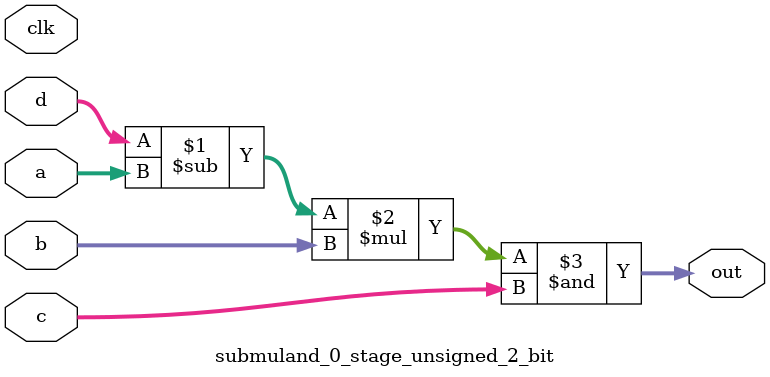
<source format=sv>
(* use_dsp = "yes" *) module submuland_0_stage_unsigned_2_bit(
	input  [1:0] a,
	input  [1:0] b,
	input  [1:0] c,
	input  [1:0] d,
	output [1:0] out,
	input clk);

	assign out = ((d - a) * b) & c;
endmodule

</source>
